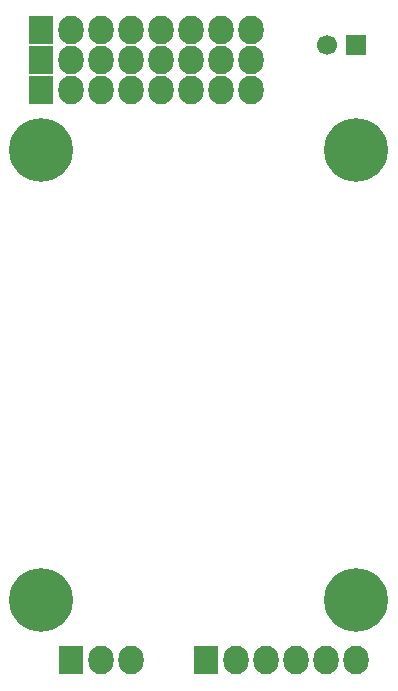
<source format=gbs>
G04 #@! TF.FileFunction,Soldermask,Bot*
%FSLAX46Y46*%
G04 Gerber Fmt 4.6, Leading zero omitted, Abs format (unit mm)*
G04 Created by KiCad (PCBNEW 4.0.1-stable) date Wednesday, 10 February 2016 'pmt' 16:49:47*
%MOMM*%
G01*
G04 APERTURE LIST*
%ADD10C,0.100000*%
%ADD11R,2.127200X2.432000*%
%ADD12O,2.127200X2.432000*%
%ADD13C,5.400000*%
%ADD14C,1.700000*%
%ADD15R,1.700000X1.700000*%
G04 APERTURE END LIST*
D10*
D11*
X160020000Y-147320000D03*
D12*
X162560000Y-147320000D03*
X165100000Y-147320000D03*
D11*
X171450000Y-147320000D03*
D12*
X173990000Y-147320000D03*
X176530000Y-147320000D03*
X179070000Y-147320000D03*
X181610000Y-147320000D03*
X184150000Y-147320000D03*
D11*
X157480000Y-93980000D03*
D12*
X160020000Y-93980000D03*
X162560000Y-93980000D03*
X165100000Y-93980000D03*
X167640000Y-93980000D03*
X170180000Y-93980000D03*
X172720000Y-93980000D03*
X175260000Y-93980000D03*
D11*
X157480000Y-99060000D03*
D12*
X160020000Y-99060000D03*
X162560000Y-99060000D03*
X165100000Y-99060000D03*
X167640000Y-99060000D03*
X170180000Y-99060000D03*
X172720000Y-99060000D03*
X175260000Y-99060000D03*
D11*
X157480000Y-96520000D03*
D12*
X160020000Y-96520000D03*
X162560000Y-96520000D03*
X165100000Y-96520000D03*
X167640000Y-96520000D03*
X170180000Y-96520000D03*
X172720000Y-96520000D03*
X175260000Y-96520000D03*
D13*
X184150000Y-104140000D03*
X157480000Y-104140000D03*
X184150000Y-142240000D03*
X157480000Y-142240000D03*
D14*
X181650000Y-95250000D03*
D15*
X184150000Y-95250000D03*
M02*

</source>
